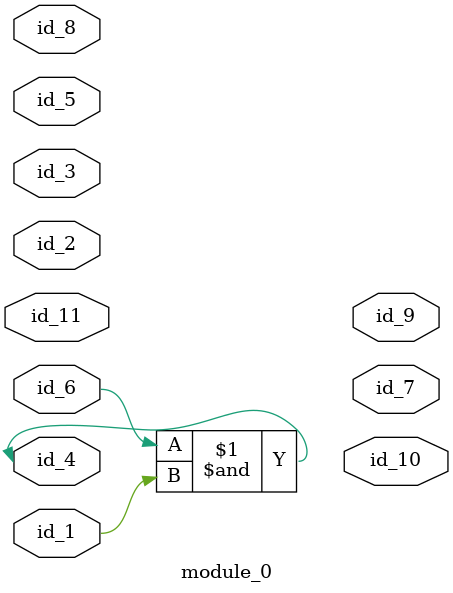
<source format=v>
module module_0 (
    id_1,
    id_2,
    id_3,
    id_4,
    id_5,
    id_6,
    id_7,
    id_8,
    id_9,
    id_10,
    id_11
);
  inout id_11;
  output id_10;
  output id_9;
  input id_8;
  output id_7;
  inout id_6;
  inout id_5;
  inout id_4;
  inout id_3;
  input id_2;
  inout id_1;
  assign id_4 = id_6 & id_1;
endmodule

</source>
